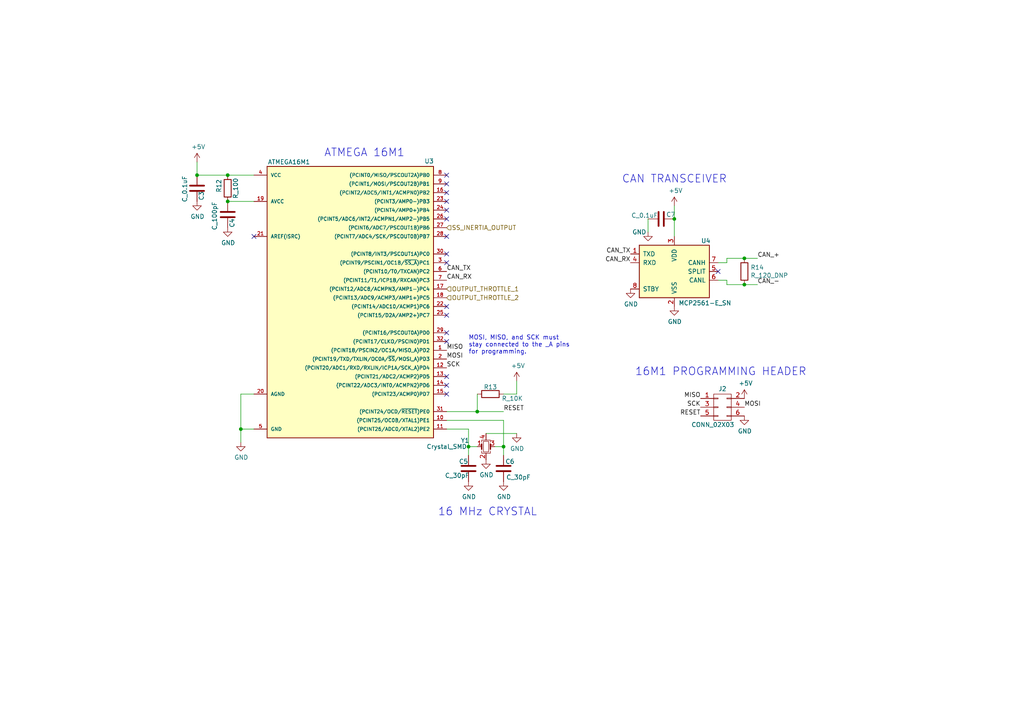
<source format=kicad_sch>
(kicad_sch (version 20211123) (generator eeschema)
  (paper "A4")
  (lib_symbols
    (symbol "formula:ATMEGA16M1" (pin_names (offset 1.016))
      (property "Reference" "U" (at -24.13 46.482 0))
      (property "Value" "ATMEGA16M1" (at 12.7 -35.56 0))
      (symbol "ATMEGA16M1_0_1"
        (rectangle (start -24.13 45.72) (end 24.13 -33.02) (stroke (width 0.254)) (fill (type background)))
      )
      (symbol "ATMEGA16M1_1_1"
        (pin bidirectional line (at 27.94 -7.62 180) (length 3.81) (name "(PCINT18/PSCIN2/OC1A/MISO_A)PD2") (number "1"))
        (pin bidirectional line (at 27.94 -27.94 180) (length 3.81) (name "(PCINT25/OC0B/XTAL1)PE1") (number "10"))
        (pin bidirectional line (at 27.94 -30.48 180) (length 3.81) (name "(PCINT26/ADC0/XTAL2)PE2") (number "11"))
        (pin bidirectional line (at 27.94 -12.7 180) (length 3.81) (name "(PCINT20/ADC1/RXD/RXLIN/ICP1A/SCK_A)PD4") (number "12"))
        (pin bidirectional line (at 27.94 -15.24 180) (length 3.81) (name "(PCINT21/ADC2/ACMP2)PD5") (number "13"))
        (pin bidirectional line (at 27.94 -17.78 180) (length 3.81) (name "(PCINT22/ADC3/INT0/ACMPN2)PD6") (number "14"))
        (pin bidirectional line (at 27.94 -20.32 180) (length 3.81) (name "(PCINT23/ACMP0)PD7") (number "15"))
        (pin bidirectional line (at 27.94 38.1 180) (length 3.81) (name "(PCINT2/ADC5/INT1/ACMPN0)PB2") (number "16"))
        (pin bidirectional line (at 27.94 10.16 180) (length 3.81) (name "(PCINT12/ADC8/ACMPN3/AMP1-)PC4") (number "17"))
        (pin bidirectional line (at 27.94 7.62 180) (length 3.81) (name "(PCINT13/ADC9/ACMP3/AMP1+)PC5") (number "18"))
        (pin power_in line (at -27.94 35.56 0) (length 3.81) (name "AVCC") (number "19"))
        (pin bidirectional line (at 27.94 -10.16 180) (length 3.81) (name "(PCINT19/TXD/TXLIN/OC0A/~{SS}/MOSI_A)PD3") (number "2"))
        (pin power_in line (at -27.94 -20.32 0) (length 3.81) (name "AGND") (number "20"))
        (pin power_in line (at -27.94 25.4 0) (length 3.81) (name "AREF(ISRC)") (number "21"))
        (pin bidirectional line (at 27.94 5.08 180) (length 3.81) (name "(PCINT14/ADC10/ACMP1)PC6") (number "22"))
        (pin bidirectional line (at 27.94 35.56 180) (length 3.81) (name "(PCINT3/AMP0-)PB3") (number "23"))
        (pin bidirectional line (at 27.94 33.02 180) (length 3.81) (name "(PCINT4/AMP0+)PB4") (number "24"))
        (pin bidirectional line (at 27.94 2.54 180) (length 3.81) (name "(PCINT15/D2A/AMP2+)PC7") (number "25"))
        (pin bidirectional line (at 27.94 30.48 180) (length 3.81) (name "(PCINT5/ADC6/INT2/ACMPN1/AMP2-)PB5") (number "26"))
        (pin bidirectional line (at 27.94 27.94 180) (length 3.81) (name "(PCINT6/ADC7/PSCOUT1B)PB6") (number "27"))
        (pin bidirectional line (at 27.94 25.4 180) (length 3.81) (name "(PCINT7/ADC4/SCK/PSCOUT0B)PB7") (number "28"))
        (pin bidirectional line (at 27.94 -2.54 180) (length 3.81) (name "(PCINT16/PSCOUT0A)PD0") (number "29"))
        (pin bidirectional line (at 27.94 17.78 180) (length 3.81) (name "(PCINT9/PSCIN1/OC1B/~{SS_A})PC1") (number "3"))
        (pin bidirectional line (at 27.94 20.32 180) (length 3.81) (name "(PCINT8/INT3/PSCOUT1A)PC0") (number "30"))
        (pin bidirectional line (at 27.94 -25.4 180) (length 3.81) (name "(PCINT24/OCD/~{RESET})PE0") (number "31"))
        (pin bidirectional line (at 27.94 -5.08 180) (length 3.81) (name "(PCINT17/CLKO/PSCIN0)PD1") (number "32"))
        (pin power_in line (at -27.94 43.18 0) (length 3.81) (name "VCC") (number "4"))
        (pin power_in line (at -27.94 -30.48 0) (length 3.81) (name "GND") (number "5"))
        (pin bidirectional line (at 27.94 15.24 180) (length 3.81) (name "(PCINT10/T0/TXCAN)PC2") (number "6"))
        (pin bidirectional line (at 27.94 12.7 180) (length 3.81) (name "(PCINT11/T1/ICP1B/RXCAN)PC3") (number "7"))
        (pin bidirectional line (at 27.94 43.18 180) (length 3.81) (name "(PCINT0/MISO/PSCOUT2A)PB0") (number "8"))
        (pin bidirectional line (at 27.94 40.64 180) (length 3.81) (name "(PCINT1/MOSI/PSCOUT2B)PB1") (number "9"))
      )
    )
    (symbol "formula:CONN_02X03" (pin_names (offset 0.0254) hide)
      (property "Reference" "J" (at 0 5.08 0))
      (property "Value" "CONN_02X03" (at 0 -5.08 0))
      (symbol "CONN_02X03_0_1"
        (rectangle (start -2.54 -2.413) (end -1.27 -2.667))
        (rectangle (start -2.54 0.127) (end -1.27 -0.127))
        (rectangle (start -2.54 2.667) (end -1.27 2.413))
        (rectangle (start -2.54 3.81) (end 2.54 -3.81))
        (rectangle (start 1.27 -2.413) (end 2.54 -2.667))
        (rectangle (start 1.27 0.127) (end 2.54 -0.127))
        (rectangle (start 1.27 2.667) (end 2.54 2.413))
      )
      (symbol "CONN_02X03_1_1"
        (pin passive line (at -6.35 2.54 0) (length 3.81) (name "P1") (number "1"))
        (pin passive line (at 6.35 2.54 180) (length 3.81) (name "P2") (number "2"))
        (pin passive line (at -6.35 0 0) (length 3.81) (name "P3") (number "3"))
        (pin passive line (at 6.35 0 180) (length 3.81) (name "P4") (number "4"))
        (pin passive line (at -6.35 -2.54 0) (length 3.81) (name "P5") (number "5"))
        (pin passive line (at 6.35 -2.54 180) (length 3.81) (name "P6") (number "6"))
      )
    )
    (symbol "formula:C_0.1uF" (pin_numbers hide) (pin_names (offset 0.254))
      (property "Reference" "C" (at 0.635 2.54 0))
      (property "Value" "C_0.1uF" (at 0.635 -2.54 0))
      (symbol "C_0.1uF_0_1"
        (polyline (pts (xy -2.032 -0.762) (xy 2.032 -0.762)) (stroke (width 0.508)))
        (polyline (pts (xy -2.032 0.762) (xy 2.032 0.762)) (stroke (width 0.508)))
      )
      (symbol "C_0.1uF_1_1"
        (pin passive line (at 0 3.81 270) (length 2.794) (name "~") (number "1"))
        (pin passive line (at 0 -3.81 90) (length 2.794) (name "~") (number "2"))
      )
    )
    (symbol "formula:C_100pF" (pin_numbers hide) (pin_names (offset 0.254))
      (property "Reference" "C" (at 0.635 2.54 0))
      (property "Value" "C_100pF" (at 0.635 -2.54 0))
      (symbol "C_100pF_0_1"
        (polyline (pts (xy -2.032 -0.762) (xy 2.032 -0.762)) (stroke (width 0.508)))
        (polyline (pts (xy -2.032 0.762) (xy 2.032 0.762)) (stroke (width 0.508)))
      )
      (symbol "C_100pF_1_1"
        (pin passive line (at 0 3.81 270) (length 2.794) (name "~") (number "1"))
        (pin passive line (at 0 -3.81 90) (length 2.794) (name "~") (number "2"))
      )
    )
    (symbol "formula:C_30pF" (pin_numbers hide) (pin_names (offset 0.254))
      (property "Reference" "C" (at 0.635 2.54 0))
      (property "Value" "C_30pF" (at 0.635 -2.54 0))
      (symbol "C_30pF_0_1"
        (polyline (pts (xy -2.032 -0.762) (xy 2.032 -0.762)) (stroke (width 0.508)))
        (polyline (pts (xy -2.032 0.762) (xy 2.032 0.762)) (stroke (width 0.508)))
      )
      (symbol "C_30pF_1_1"
        (pin passive line (at 0 3.81 270) (length 2.794) (name "~") (number "1"))
        (pin passive line (at 0 -3.81 90) (length 2.794) (name "~") (number "2"))
      )
    )
    (symbol "formula:Crystal_SMD" (pin_names (offset 1.016) hide)
      (property "Reference" "Y" (at 1.27 4.445 0))
      (property "Value" "Crystal_SMD" (at 1.27 2.54 0))
      (symbol "Crystal_SMD_0_1"
        (rectangle (start -0.762 -1.524) (end 0.762 1.524))
        (polyline (pts (xy -1.27 -0.762) (xy -1.27 0.762)) (stroke (width 0.381)))
        (polyline (pts (xy 1.27 -0.762) (xy 1.27 0.762)) (stroke (width 0.381)))
        (polyline (pts (xy -1.27 -1.27) (xy -1.27 -1.905) (xy 1.27 -1.905) (xy 1.27 -1.27)))
        (polyline (pts (xy -1.27 1.27) (xy -1.27 1.905) (xy 1.27 1.905) (xy 1.27 1.27)))
      )
      (symbol "Crystal_SMD_1_1"
        (pin passive line (at -2.54 0 0) (length 1.27) (name "1") (number "1"))
        (pin passive line (at 0 -3.81 90) (length 1.905) (name "2") (number "2"))
        (pin passive line (at 2.54 0 180) (length 1.27) (name "3") (number "3"))
        (pin passive line (at 0 3.81 270) (length 1.905) (name "4") (number "4"))
      )
    )
    (symbol "formula:MCP2561-E_SN" (pin_names (offset 1.016))
      (property "Reference" "U" (at -10.16 8.89 0))
      (property "Value" "MCP2561-E_SN" (at 2.54 8.89 0))
      (symbol "MCP2561-E_SN_0_1"
        (rectangle (start -10.16 7.62) (end 10.16 -7.62) (stroke (width 0.254)) (fill (type background)))
      )
      (symbol "MCP2561-E_SN_1_1"
        (pin input line (at -12.7 5.08 0) (length 2.54) (name "TXD") (number "1"))
        (pin power_in line (at 0 -10.16 90) (length 2.54) (name "VSS") (number "2"))
        (pin power_in line (at 0 10.16 270) (length 2.54) (name "VDD") (number "3"))
        (pin output line (at -12.7 2.54 0) (length 2.54) (name "RXD") (number "4"))
        (pin passive line (at 12.7 0 180) (length 2.54) (name "SPLIT") (number "5"))
        (pin bidirectional line (at 12.7 -2.54 180) (length 2.54) (name "CANL") (number "6"))
        (pin bidirectional line (at 12.7 2.54 180) (length 2.54) (name "CANH") (number "7"))
        (pin input line (at -12.7 -5.08 0) (length 2.54) (name "STBY") (number "8"))
      )
    )
    (symbol "formula:R_100" (pin_numbers hide) (pin_names (offset 0))
      (property "Reference" "R" (at 2.032 0 90))
      (property "Value" "R_100" (at -2.54 0 90))
      (symbol "R_100_0_1"
        (rectangle (start -1.016 -2.54) (end 1.016 2.54) (stroke (width 0.254)))
      )
      (symbol "R_100_1_1"
        (pin passive line (at 0 3.81 270) (length 1.27) (name "~") (number "1"))
        (pin passive line (at 0 -3.81 90) (length 1.27) (name "~") (number "2"))
      )
    )
    (symbol "formula:R_10K" (pin_numbers hide) (pin_names (offset 0))
      (property "Reference" "R" (at 2.032 0 90))
      (property "Value" "R_10K" (at -2.54 0 90))
      (symbol "R_10K_0_1"
        (rectangle (start -1.016 -2.54) (end 1.016 2.54) (stroke (width 0.254)))
      )
      (symbol "R_10K_1_1"
        (pin passive line (at 0 3.81 270) (length 1.27) (name "~") (number "1"))
        (pin passive line (at 0 -3.81 90) (length 1.27) (name "~") (number "2"))
      )
    )
    (symbol "formula:R_120_DNP" (pin_numbers hide) (pin_names (offset 0))
      (property "Reference" "R" (at 2.032 0 90))
      (property "Value" "R_120_DNP" (at -2.54 0 90))
      (symbol "R_120_DNP_0_1"
        (rectangle (start -1.016 -2.54) (end 1.016 2.54) (stroke (width 0.254)))
      )
      (symbol "R_120_DNP_1_1"
        (pin passive line (at 0 3.81 270) (length 1.27) (name "~") (number "1"))
        (pin passive line (at 0 -3.81 90) (length 1.27) (name "~") (number "2"))
      )
    )
    (symbol "power:+5V" (power) (pin_names (offset 0))
      (property "Value" "+5V" (at 0 3.556 0))
      (symbol "+5V_0_1"
        (polyline (pts (xy -0.762 1.27) (xy 0 2.54)))
        (polyline (pts (xy 0 0) (xy 0 2.54)))
        (polyline (pts (xy 0 2.54) (xy 0.762 1.27)))
      )
      (symbol "+5V_1_1"
        (pin power_in line (at 0 0 90) (length 0) hide (name "+5V") (number "1"))
      )
    )
    (symbol "power:GND" (power) (pin_names (offset 0))
      (property "Value" "GND" (at 0 -3.81 0))
      (symbol "GND_0_1"
        (polyline (pts (xy 0 0) (xy 0 -1.27) (xy 1.27 -1.27) (xy 0 -2.54) (xy -1.27 -1.27) (xy 0 -1.27)))
      )
      (symbol "GND_1_1"
        (pin power_in line (at 0 0 270) (length 0) hide (name "GND") (number "1"))
      )
    )
  )
  (junction (at 146.05 129.54))
  (junction (at 69.85 124.46))
  (junction (at 66.04 50.8))
  (junction (at 138.43 119.38))
  (junction (at 195.58 63.5))
  (junction (at 57.15 50.8))
  (junction (at 215.9 74.93))
  (junction (at 66.04 58.42))
  (junction (at 135.89 129.54))
  (junction (at 215.9 82.55))
  (no_connect (at 129.54 55.88))
  (no_connect (at 129.54 58.42))
  (no_connect (at 129.54 68.58))
  (no_connect (at 129.54 63.5))
  (no_connect (at 129.54 73.66))
  (no_connect (at 129.54 111.76))
  (no_connect (at 129.54 76.2))
  (no_connect (at 208.28 78.74))
  (no_connect (at 129.54 50.8))
  (no_connect (at 129.54 114.3))
  (no_connect (at 129.54 96.52))
  (no_connect (at 129.54 91.44))
  (no_connect (at 129.54 99.06))
  (no_connect (at 73.66 68.58))
  (no_connect (at 129.54 109.22))
  (no_connect (at 129.54 60.96))
  (no_connect (at 129.54 88.9))
  (no_connect (at 129.54 53.34))
  (wire (pts (xy 135.89 124.46) (xy 129.54 124.46)))
  (wire (pts (xy 149.86 114.3) (xy 149.86 110.49)))
  (wire (pts (xy 135.89 129.54) (xy 138.43 129.54)))
  (wire (pts (xy 195.58 68.58) (xy 195.58 63.5)))
  (wire (pts (xy 73.66 58.42) (xy 66.04 58.42)))
  (wire (pts (xy 138.43 119.38) (xy 146.05 119.38)))
  (wire (pts (xy 135.89 132.08) (xy 135.89 129.54)))
  (wire (pts (xy 140.97 125.73) (xy 149.86 125.73)))
  (wire (pts (xy 57.15 50.8) (xy 66.04 50.8)))
  (wire (pts (xy 135.89 129.54) (xy 135.89 124.46)))
  (wire (pts (xy 143.51 129.54) (xy 146.05 129.54)))
  (wire (pts (xy 69.85 124.46) (xy 69.85 114.3)))
  (wire (pts (xy 208.28 76.2) (xy 210.82 76.2)))
  (wire (pts (xy 73.66 124.46) (xy 69.85 124.46)))
  (wire (pts (xy 69.85 128.27) (xy 69.85 124.46)))
  (wire (pts (xy 57.15 46.99) (xy 57.15 50.8)))
  (wire (pts (xy 210.82 74.93) (xy 215.9 74.93)))
  (wire (pts (xy 69.85 114.3) (xy 73.66 114.3)))
  (wire (pts (xy 210.82 82.55) (xy 215.9 82.55)))
  (wire (pts (xy 215.9 82.55) (xy 219.71 82.55)))
  (wire (pts (xy 146.05 114.3) (xy 149.86 114.3)))
  (wire (pts (xy 215.9 74.93) (xy 219.71 74.93)))
  (wire (pts (xy 210.82 81.28) (xy 210.82 82.55)))
  (wire (pts (xy 208.28 81.28) (xy 210.82 81.28)))
  (wire (pts (xy 210.82 76.2) (xy 210.82 74.93)))
  (wire (pts (xy 187.96 63.5) (xy 187.96 67.31)))
  (wire (pts (xy 146.05 121.92) (xy 129.54 121.92)))
  (wire (pts (xy 146.05 129.54) (xy 146.05 121.92)))
  (wire (pts (xy 146.05 129.54) (xy 146.05 132.08)))
  (wire (pts (xy 138.43 119.38) (xy 138.43 114.3)))
  (wire (pts (xy 195.58 63.5) (xy 195.58 59.69)))
  (wire (pts (xy 129.54 119.38) (xy 138.43 119.38)))
  (wire (pts (xy 66.04 50.8) (xy 73.66 50.8)))
  (text "16 MHz CRYSTAL\n" (at 127 149.86 0) (effects (font (size 2.2606 2.2606)) (justify left bottom)))
  (text "16M1 PROGRAMMING HEADER\n" (at 184.15 109.22 0) (effects (font (size 2.2606 2.2606)) (justify left bottom)))
  (text "MOSI, MISO, and SCK must\nstay connected to the _A pins\nfor programming." (at 135.89 102.87 0) (effects (font (size 1.27 1.27)) (justify left bottom)))
  (text "ATMEGA 16M1\n" (at 93.98 45.72 0) (effects (font (size 2.2606 2.2606)) (justify left bottom)))
  (text "CAN TRANSCEIVER\n" (at 180.34 53.34 0) (effects (font (size 2.2606 2.2606)) (justify left bottom)))
  (label "MISO" (at 203.2 115.57 180))
  (label "CAN_RX" (at 129.54 81.28 0))
  (label "CAN_RX" (at 182.88 76.2 180))
  (label "SCK" (at 203.2 118.11 180))
  (label "CAN_+" (at 219.71 74.93 0))
  (label "SCK" (at 129.54 106.68 0))
  (label "CAN_TX" (at 182.88 73.66 180))
  (label "CAN_-" (at 219.71 82.55 0))
  (label "MOSI" (at 215.9 118.11 0))
  (label "MISO" (at 129.54 101.6 0))
  (label "RESET" (at 203.2 120.65 180))
  (label "MOSI" (at 129.54 104.14 0))
  (label "RESET" (at 146.05 119.38 0))
  (label "CAN_TX" (at 129.54 78.74 0))
  (hierarchical_label "SS_INERTIA_OUTPUT" (shape input) (at 129.54 66.04 0))
  (hierarchical_label "OUTPUT_THROTTLE_2" (shape input) (at 129.54 86.36 0))
  (hierarchical_label "OUTPUT_THROTTLE_1" (shape input) (at 129.54 83.82 0))
  (symbol (lib_id "formula:C_30pF") (at 135.89 135.89 0) (unit 1)
    (property "Reference" "C5" (at 133.096 133.858 0) (effects (justify left)))
    (property "Value" "C_30pF" (at 129.032 137.922 0) (effects (justify left)))
    (property "Footprint" "footprints:C_0805_OEM" (effects hide))
    (property "Datasheet" "https://media.digikey.com/pdf/Data%20Sheets/Samsung%20PDFs/CL_Series_MLCC_ds.pdf" (effects hide))
    (property "MFN" "DK" (effects hide))
    (property "MPN" "1276-1130-1-ND" (effects hide))
    (property "PurchasingLink" "https://www.digikey.com/product-detail/en/samsung-electro-mechanics-america-inc/CL21C300JBANNNC/1276-1130-1-ND/3889216" (effects hide))
  )
  (symbol (lib_id "power:GND") (at 66.04 66.04 0) (unit 1)
    (property "Reference" "#PWR?" (effects hide))
    (property "Value" "GND" (at 66.167 70.4342 0))
  )
  (symbol (lib_id "formula:C_0.1uF") (at 57.15 54.61 0) (unit 1)
    (property "Reference" "C3" (at 58.42 58.166 90) (effects (justify left)))
    (property "Value" "C_0.1uF" (at 53.594 58.674 90) (effects (justify left)))
    (property "Footprint" "footprints:C_0805_OEM" (effects hide))
    (property "Datasheet" "http://datasheets.avx.com/X7RDielectric.pdf" (effects hide))
    (property "MFN" "DK" (effects hide))
    (property "MPN" "478-3352-1-ND" (effects hide))
    (property "PurchasingLink" "https://www.digikey.com/products/en?keywords=478-3352-1-ND" (effects hide))
  )
  (symbol (lib_id "power:GND") (at 140.97 133.35 0) (unit 1)
    (property "Reference" "#PWR?" (effects hide))
    (property "Value" "GND" (at 141.097 137.7442 0))
  )
  (symbol (lib_id "power:GND") (at 135.89 139.7 0) (unit 1)
    (property "Reference" "#PWR?" (effects hide))
    (property "Value" "GND" (at 136.017 144.0942 0))
  )
  (symbol (lib_id "power:GND") (at 187.96 67.31 0) (unit 1)
    (property "Reference" "#PWR?" (effects hide))
    (property "Value" "GND" (at 185.42 67.31 0))
  )
  (symbol (lib_id "power:GND") (at 182.88 83.82 0) (unit 1)
    (property "Reference" "#PWR?" (effects hide))
    (property "Value" "GND" (at 183.007 88.2142 0))
  )
  (symbol (lib_id "formula:C_100pF") (at 66.04 62.23 0) (unit 1)
    (property "Reference" "C4" (at 67.31 66.04 90) (effects (justify left)))
    (property "Value" "C_100pF" (at 62.23 66.802 90) (effects (justify left)))
    (property "Footprint" "footprints:C_0805_OEM" (effects hide))
    (property "Datasheet" "https://katalog.we-online.de/pbs/datasheet/885012007057.pdf" (effects hide))
    (property "MFN" "DK" (effects hide))
    (property "MPN" "732-7852-1-ND" (effects hide))
    (property "PurchasingLink" "https://www.digikey.com/product-detail/en/wurth-electronics-inc/885012007057/732-7852-1-ND/5454479" (effects hide))
  )
  (symbol (lib_id "power:GND") (at 57.15 58.42 0) (unit 1)
    (property "Reference" "#PWR?" (effects hide))
    (property "Value" "GND" (at 57.277 62.8142 0))
  )
  (symbol (lib_id "formula:R_100") (at 66.04 54.61 0) (unit 1)
    (property "Reference" "R12" (at 63.5 55.88 90) (effects (justify left)))
    (property "Value" "R_100" (at 68.326 57.658 90) (effects (justify left)))
    (property "Footprint" "footprints:R_0805_OEM" (effects hide))
    (property "Datasheet" "https://www.seielect.com/Catalog/SEI-rncp.pdf" (effects hide))
    (property "MFN" "DK" (effects hide))
    (property "MPN" "RNCP0805FTD100RCT-ND" (effects hide))
    (property "PurchasingLink" "https://www.digikey.com/products/en?keywords=RNCP0805FTD100RCT-ND" (effects hide))
  )
  (symbol (lib_id "formula:MCP2561-E_SN") (at 195.58 78.74 0) (unit 1)
    (property "Reference" "U4" (at 204.724 69.85 0))
    (property "Value" "MCP2561-E_SN" (at 204.47 87.884 0))
    (property "Footprint" "footprints:SOIC-8_3.9x4.9mm_Pitch1.27mm_OEM" (effects hide))
    (property "Datasheet" "http://www.microchip.com/mymicrochip/filehandler.aspx?ddocname=en561044" (effects hide))
    (property "MFN" "DK" (effects hide))
    (property "MPN" "MCP2561-E/SN-ND" (effects hide))
    (property "PurchasingLink" "https://www.digikey.com/products/en?keywords=mcp2561-e%2Fsn" (effects hide))
  )
  (symbol (lib_id "formula:ATMEGA16M1") (at 101.6 93.98 0) (unit 1)
    (property "Reference" "U3" (at 124.46 46.736 0))
    (property "Value" "ATMEGA16M1" (at 83.82 46.99 0))
    (property "Footprint" "footprints:TQFP-32_7x7mm_Pitch0.8mm" (effects hide))
    (property "Datasheet" "http://ww1.microchip.com/downloads/en/DeviceDoc/Atmel-8209-8-bit%20AVR%20ATmega16M1-32M1-64M1_Datasheet.pdf" (effects hide))
    (property "MFN" "DK" (effects hide))
    (property "MPN" "ATMEGA16M1-AU-ND" (effects hide))
    (property "PurchasingLink" "https://www.digikey.com/product-detail/en/atmel/ATMEGA16M1-AU/ATMEGA16M1-AU-ND/2271208" (effects hide))
  )
  (symbol (lib_id "power:GND") (at 195.58 88.9 0) (unit 1)
    (property "Reference" "#PWR?" (effects hide))
    (property "Value" "GND" (at 195.707 93.2942 0))
  )
  (symbol (lib_id "formula:C_30pF") (at 146.05 135.89 0) (unit 1)
    (property "Reference" "C6" (at 146.558 133.858 0) (effects (justify left)))
    (property "Value" "C_30pF" (at 146.812 138.43 0) (effects (justify left)))
    (property "Footprint" "footprints:C_0805_OEM" (effects hide))
    (property "Datasheet" "https://media.digikey.com/pdf/Data%20Sheets/Samsung%20PDFs/CL_Series_MLCC_ds.pdf" (effects hide))
    (property "MFN" "DK" (effects hide))
    (property "MPN" "1276-1130-1-ND" (effects hide))
    (property "PurchasingLink" "https://www.digikey.com/product-detail/en/samsung-electro-mechanics-america-inc/CL21C300JBANNNC/1276-1130-1-ND/3889216" (effects hide))
  )
  (symbol (lib_id "formula:CONN_02X03") (at 209.55 118.11 0) (unit 1)
    (property "Reference" "J2" (at 209.55 112.776 0))
    (property "Value" "CONN_02X03" (at 206.756 123.19 0))
    (property "Footprint" "footprints:Pin_Header_Straight_2x03" (effects hide))
    (property "Datasheet" "http://portal.fciconnect.com/Comergent//fci/drawing/67996.pdf" (effects hide))
    (property "MFN" "DK" (effects hide))
    (property "MPN" "609-3234-ND" (effects hide))
    (property "PurchasingLink" "https://www.digikey.com/product-detail/en/amphenol-fci/67997-206HLF/609-3234-ND/1878491" (effects hide))
  )
  (symbol (lib_id "power:GND") (at 146.05 139.7 0) (unit 1)
    (property "Reference" "#PWR?" (effects hide))
    (property "Value" "GND" (at 146.177 144.0942 0))
  )
  (symbol (lib_id "formula:C_0.1uF") (at 191.77 63.5 270) (unit 1)
    (property "Reference" "C7" (at 194.564 62.23 90))
    (property "Value" "C_0.1uF" (at 186.944 62.484 90))
    (property "Footprint" "footprints:C_0805_OEM" (effects hide))
    (property "Datasheet" "http://datasheets.avx.com/X7RDielectric.pdf" (effects hide))
    (property "MFN" "DK" (effects hide))
    (property "MPN" "478-3352-1-ND" (effects hide))
    (property "PurchasingLink" "https://www.digikey.com/products/en?keywords=478-3352-1-ND" (effects hide))
  )
  (symbol (lib_id "power:+5V") (at 215.9 115.57 0) (unit 1)
    (property "Reference" "#PWR?" (effects hide))
    (property "Value" "+5V" (at 216.281 111.1758 0))
  )
  (symbol (lib_id "formula:Crystal_SMD") (at 140.97 129.54 0) (unit 1)
    (property "Reference" "Y1" (at 133.604 127.762 0) (effects (justify left)))
    (property "Value" "Crystal_SMD" (at 123.698 129.54 0) (effects (justify left)))
    (property "Footprint" "footprints:Crystal_SMD_FA238" (effects hide))
    (property "Datasheet" "http://www.txccorp.com/download/products/quartz_crystals/2015TXC_7M_17.pdf" (effects hide))
    (property "MFN" "DK" (effects hide))
    (property "MPN" "887-1125-1-ND" (effects hide))
    (property "PurchasingLink" "https://www.digikey.com/product-detail/en/txc-corporation/7M-16.000MAAJ-T/887-1125-1-ND/2119014" (effects hide))
  )
  (symbol (lib_id "power:GND") (at 69.85 128.27 0) (unit 1)
    (property "Reference" "#PWR?" (effects hide))
    (property "Value" "GND" (at 69.977 132.6642 0))
  )
  (symbol (lib_id "power:GND") (at 215.9 120.65 0) (unit 1)
    (property "Reference" "#PWR?" (effects hide))
    (property "Value" "GND" (at 216.027 125.0442 0))
  )
  (symbol (lib_id "power:GND") (at 149.86 125.73 0) (unit 1)
    (property "Reference" "#PWR?" (effects hide))
    (property "Value" "GND" (at 149.987 130.1242 0))
  )
  (symbol (lib_id "formula:R_120_DNP") (at 215.9 78.74 0) (unit 1)
    (property "Reference" "R14" (at 217.678 77.5716 0) (effects (justify left)))
    (property "Value" "R_120_DNP" (at 217.678 79.883 0) (effects (justify left)))
    (property "Footprint" "footprints:R_0805_OEM" (effects hide))
    (property "Datasheet" "https://www.mouser.com/datasheet/2/315/AOA0000C304-1149620.pdf" (effects hide))
    (property "MFN" "DK" (effects hide))
    (property "MPN" "667-ERJ-6ENF1200V" (effects hide))
    (property "PurchasingLink" "https://www.mouser.com/ProductDetail/Panasonic-Industrial-Devices/ERJ-6ENF1200V?qs=sGAEpiMZZMvdGkrng054t8AJgcdMkx7x%252bFQnctTMUmU%3d" (effects hide))
  )
  (symbol (lib_id "power:+5V") (at 195.58 59.69 0) (unit 1)
    (property "Reference" "#PWR?" (effects hide))
    (property "Value" "+5V" (at 195.961 55.2958 0))
  )
  (symbol (lib_id "formula:R_10K") (at 142.24 114.3 270) (unit 1)
    (property "Reference" "R13" (at 142.24 112.268 90))
    (property "Value" "R_10K" (at 148.59 115.57 90))
    (property "Footprint" "footprints:R_0805_OEM" (effects hide))
    (property "Datasheet" "http://www.bourns.com/data/global/pdfs/CRS.pdf" (effects hide))
    (property "MFN" "DK" (effects hide))
    (property "MPN" "CRS0805-FX-1002ELFCT-ND" (effects hide))
    (property "PurchasingLink" "https://www.digikey.com/products/en?keywords=CRS0805-FX-1002ELFCT-ND" (effects hide))
  )
  (symbol (lib_id "power:+5V") (at 149.86 110.49 0) (unit 1)
    (property "Reference" "#PWR?" (effects hide))
    (property "Value" "+5V" (at 150.241 106.0958 0))
  )
  (symbol (lib_id "power:+5V") (at 57.15 46.99 0) (unit 1)
    (property "Reference" "#PWR?" (effects hide))
    (property "Value" "+5V" (at 57.531 42.5958 0))
  )
)
</source>
